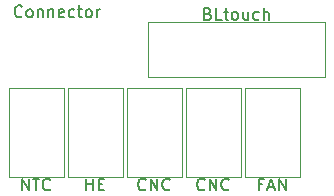
<source format=gbr>
%TF.GenerationSoftware,KiCad,Pcbnew,(5.1.6)-1*%
%TF.CreationDate,2023-02-05T19:48:36+01:00*%
%TF.ProjectId,Hotend_board,486f7465-6e64-45f6-926f-6172642e6b69,rev?*%
%TF.SameCoordinates,Original*%
%TF.FileFunction,Legend,Top*%
%TF.FilePolarity,Positive*%
%FSLAX46Y46*%
G04 Gerber Fmt 4.6, Leading zero omitted, Abs format (unit mm)*
G04 Created by KiCad (PCBNEW (5.1.6)-1) date 2023-02-05 19:48:36*
%MOMM*%
%LPD*%
G01*
G04 APERTURE LIST*
%ADD10C,0.120000*%
%ADD11C,0.150000*%
G04 APERTURE END LIST*
D10*
%TO.C,NTC*%
X112400000Y-116250000D02*
X107700000Y-116250000D01*
X107700000Y-116250000D02*
X107700000Y-123750000D01*
X112400000Y-116250000D02*
X112400000Y-123750000D01*
X112400000Y-123750000D02*
X107700000Y-123750000D01*
%TO.C,BLtouch*%
X119500000Y-110600000D02*
X119500000Y-115300000D01*
X119500000Y-115300000D02*
X134500000Y-115300000D01*
X119500000Y-110600000D02*
X134500000Y-110600000D01*
X134500000Y-110600000D02*
X134500000Y-115300000D01*
%TO.C,FAN*%
X132400000Y-116250000D02*
X127700000Y-116250000D01*
X127700000Y-116250000D02*
X127700000Y-123750000D01*
X132400000Y-116250000D02*
X132400000Y-123750000D01*
X132400000Y-123750000D02*
X127700000Y-123750000D01*
%TO.C,CNC*%
X122400000Y-116250000D02*
X117700000Y-116250000D01*
X117700000Y-116250000D02*
X117700000Y-123750000D01*
X122400000Y-116250000D02*
X122400000Y-123750000D01*
X122400000Y-123750000D02*
X117700000Y-123750000D01*
X127400000Y-116250000D02*
X122700000Y-116250000D01*
X122700000Y-116250000D02*
X122700000Y-123750000D01*
X127400000Y-116250000D02*
X127400000Y-123750000D01*
X127400000Y-123750000D02*
X122700000Y-123750000D01*
%TO.C,HE*%
X117400000Y-116250000D02*
X112700000Y-116250000D01*
X112700000Y-116250000D02*
X112700000Y-123750000D01*
X117400000Y-116250000D02*
X117400000Y-123750000D01*
X117400000Y-123750000D02*
X112700000Y-123750000D01*
%TO.C,NTC*%
D11*
X108833333Y-124902380D02*
X108833333Y-123902380D01*
X109404761Y-124902380D01*
X109404761Y-123902380D01*
X109738095Y-123902380D02*
X110309523Y-123902380D01*
X110023809Y-124902380D02*
X110023809Y-123902380D01*
X111214285Y-124807142D02*
X111166666Y-124854761D01*
X111023809Y-124902380D01*
X110928571Y-124902380D01*
X110785714Y-124854761D01*
X110690476Y-124759523D01*
X110642857Y-124664285D01*
X110595238Y-124473809D01*
X110595238Y-124330952D01*
X110642857Y-124140476D01*
X110690476Y-124045238D01*
X110785714Y-123950000D01*
X110928571Y-123902380D01*
X111023809Y-123902380D01*
X111166666Y-123950000D01*
X111214285Y-123997619D01*
%TO.C,BLtouch*%
X124595238Y-109928571D02*
X124738095Y-109976190D01*
X124785714Y-110023809D01*
X124833333Y-110119047D01*
X124833333Y-110261904D01*
X124785714Y-110357142D01*
X124738095Y-110404761D01*
X124642857Y-110452380D01*
X124261904Y-110452380D01*
X124261904Y-109452380D01*
X124595238Y-109452380D01*
X124690476Y-109500000D01*
X124738095Y-109547619D01*
X124785714Y-109642857D01*
X124785714Y-109738095D01*
X124738095Y-109833333D01*
X124690476Y-109880952D01*
X124595238Y-109928571D01*
X124261904Y-109928571D01*
X125738095Y-110452380D02*
X125261904Y-110452380D01*
X125261904Y-109452380D01*
X125928571Y-109785714D02*
X126309523Y-109785714D01*
X126071428Y-109452380D02*
X126071428Y-110309523D01*
X126119047Y-110404761D01*
X126214285Y-110452380D01*
X126309523Y-110452380D01*
X126785714Y-110452380D02*
X126690476Y-110404761D01*
X126642857Y-110357142D01*
X126595238Y-110261904D01*
X126595238Y-109976190D01*
X126642857Y-109880952D01*
X126690476Y-109833333D01*
X126785714Y-109785714D01*
X126928571Y-109785714D01*
X127023809Y-109833333D01*
X127071428Y-109880952D01*
X127119047Y-109976190D01*
X127119047Y-110261904D01*
X127071428Y-110357142D01*
X127023809Y-110404761D01*
X126928571Y-110452380D01*
X126785714Y-110452380D01*
X127976190Y-109785714D02*
X127976190Y-110452380D01*
X127547619Y-109785714D02*
X127547619Y-110309523D01*
X127595238Y-110404761D01*
X127690476Y-110452380D01*
X127833333Y-110452380D01*
X127928571Y-110404761D01*
X127976190Y-110357142D01*
X128880952Y-110404761D02*
X128785714Y-110452380D01*
X128595238Y-110452380D01*
X128500000Y-110404761D01*
X128452380Y-110357142D01*
X128404761Y-110261904D01*
X128404761Y-109976190D01*
X128452380Y-109880952D01*
X128500000Y-109833333D01*
X128595238Y-109785714D01*
X128785714Y-109785714D01*
X128880952Y-109833333D01*
X129309523Y-110452380D02*
X129309523Y-109452380D01*
X129738095Y-110452380D02*
X129738095Y-109928571D01*
X129690476Y-109833333D01*
X129595238Y-109785714D01*
X129452380Y-109785714D01*
X129357142Y-109833333D01*
X129309523Y-109880952D01*
%TO.C,FAN*%
X129190476Y-124378571D02*
X128857142Y-124378571D01*
X128857142Y-124902380D02*
X128857142Y-123902380D01*
X129333333Y-123902380D01*
X129666666Y-124616666D02*
X130142857Y-124616666D01*
X129571428Y-124902380D02*
X129904761Y-123902380D01*
X130238095Y-124902380D01*
X130571428Y-124902380D02*
X130571428Y-123902380D01*
X131142857Y-124902380D01*
X131142857Y-123902380D01*
%TO.C,CNC*%
X119285714Y-124807142D02*
X119238095Y-124854761D01*
X119095238Y-124902380D01*
X119000000Y-124902380D01*
X118857142Y-124854761D01*
X118761904Y-124759523D01*
X118714285Y-124664285D01*
X118666666Y-124473809D01*
X118666666Y-124330952D01*
X118714285Y-124140476D01*
X118761904Y-124045238D01*
X118857142Y-123950000D01*
X119000000Y-123902380D01*
X119095238Y-123902380D01*
X119238095Y-123950000D01*
X119285714Y-123997619D01*
X119714285Y-124902380D02*
X119714285Y-123902380D01*
X120285714Y-124902380D01*
X120285714Y-123902380D01*
X121333333Y-124807142D02*
X121285714Y-124854761D01*
X121142857Y-124902380D01*
X121047619Y-124902380D01*
X120904761Y-124854761D01*
X120809523Y-124759523D01*
X120761904Y-124664285D01*
X120714285Y-124473809D01*
X120714285Y-124330952D01*
X120761904Y-124140476D01*
X120809523Y-124045238D01*
X120904761Y-123950000D01*
X121047619Y-123902380D01*
X121142857Y-123902380D01*
X121285714Y-123950000D01*
X121333333Y-123997619D01*
X124285714Y-124807142D02*
X124238095Y-124854761D01*
X124095238Y-124902380D01*
X124000000Y-124902380D01*
X123857142Y-124854761D01*
X123761904Y-124759523D01*
X123714285Y-124664285D01*
X123666666Y-124473809D01*
X123666666Y-124330952D01*
X123714285Y-124140476D01*
X123761904Y-124045238D01*
X123857142Y-123950000D01*
X124000000Y-123902380D01*
X124095238Y-123902380D01*
X124238095Y-123950000D01*
X124285714Y-123997619D01*
X124714285Y-124902380D02*
X124714285Y-123902380D01*
X125285714Y-124902380D01*
X125285714Y-123902380D01*
X126333333Y-124807142D02*
X126285714Y-124854761D01*
X126142857Y-124902380D01*
X126047619Y-124902380D01*
X125904761Y-124854761D01*
X125809523Y-124759523D01*
X125761904Y-124664285D01*
X125714285Y-124473809D01*
X125714285Y-124330952D01*
X125761904Y-124140476D01*
X125809523Y-124045238D01*
X125904761Y-123950000D01*
X126047619Y-123902380D01*
X126142857Y-123902380D01*
X126285714Y-123950000D01*
X126333333Y-123997619D01*
%TO.C,HE*%
X114261904Y-124902380D02*
X114261904Y-123902380D01*
X114261904Y-124378571D02*
X114833333Y-124378571D01*
X114833333Y-124902380D02*
X114833333Y-123902380D01*
X115309523Y-124378571D02*
X115642857Y-124378571D01*
X115785714Y-124902380D02*
X115309523Y-124902380D01*
X115309523Y-123902380D01*
X115785714Y-123902380D01*
%TO.C,Connector*%
X108827619Y-110147142D02*
X108780000Y-110194761D01*
X108637142Y-110242380D01*
X108541904Y-110242380D01*
X108399047Y-110194761D01*
X108303809Y-110099523D01*
X108256190Y-110004285D01*
X108208571Y-109813809D01*
X108208571Y-109670952D01*
X108256190Y-109480476D01*
X108303809Y-109385238D01*
X108399047Y-109290000D01*
X108541904Y-109242380D01*
X108637142Y-109242380D01*
X108780000Y-109290000D01*
X108827619Y-109337619D01*
X109399047Y-110242380D02*
X109303809Y-110194761D01*
X109256190Y-110147142D01*
X109208571Y-110051904D01*
X109208571Y-109766190D01*
X109256190Y-109670952D01*
X109303809Y-109623333D01*
X109399047Y-109575714D01*
X109541904Y-109575714D01*
X109637142Y-109623333D01*
X109684761Y-109670952D01*
X109732380Y-109766190D01*
X109732380Y-110051904D01*
X109684761Y-110147142D01*
X109637142Y-110194761D01*
X109541904Y-110242380D01*
X109399047Y-110242380D01*
X110160952Y-109575714D02*
X110160952Y-110242380D01*
X110160952Y-109670952D02*
X110208571Y-109623333D01*
X110303809Y-109575714D01*
X110446666Y-109575714D01*
X110541904Y-109623333D01*
X110589523Y-109718571D01*
X110589523Y-110242380D01*
X111065714Y-109575714D02*
X111065714Y-110242380D01*
X111065714Y-109670952D02*
X111113333Y-109623333D01*
X111208571Y-109575714D01*
X111351428Y-109575714D01*
X111446666Y-109623333D01*
X111494285Y-109718571D01*
X111494285Y-110242380D01*
X112351428Y-110194761D02*
X112256190Y-110242380D01*
X112065714Y-110242380D01*
X111970476Y-110194761D01*
X111922857Y-110099523D01*
X111922857Y-109718571D01*
X111970476Y-109623333D01*
X112065714Y-109575714D01*
X112256190Y-109575714D01*
X112351428Y-109623333D01*
X112399047Y-109718571D01*
X112399047Y-109813809D01*
X111922857Y-109909047D01*
X113256190Y-110194761D02*
X113160952Y-110242380D01*
X112970476Y-110242380D01*
X112875238Y-110194761D01*
X112827619Y-110147142D01*
X112780000Y-110051904D01*
X112780000Y-109766190D01*
X112827619Y-109670952D01*
X112875238Y-109623333D01*
X112970476Y-109575714D01*
X113160952Y-109575714D01*
X113256190Y-109623333D01*
X113541904Y-109575714D02*
X113922857Y-109575714D01*
X113684761Y-109242380D02*
X113684761Y-110099523D01*
X113732380Y-110194761D01*
X113827619Y-110242380D01*
X113922857Y-110242380D01*
X114399047Y-110242380D02*
X114303809Y-110194761D01*
X114256190Y-110147142D01*
X114208571Y-110051904D01*
X114208571Y-109766190D01*
X114256190Y-109670952D01*
X114303809Y-109623333D01*
X114399047Y-109575714D01*
X114541904Y-109575714D01*
X114637142Y-109623333D01*
X114684761Y-109670952D01*
X114732380Y-109766190D01*
X114732380Y-110051904D01*
X114684761Y-110147142D01*
X114637142Y-110194761D01*
X114541904Y-110242380D01*
X114399047Y-110242380D01*
X115160952Y-110242380D02*
X115160952Y-109575714D01*
X115160952Y-109766190D02*
X115208571Y-109670952D01*
X115256190Y-109623333D01*
X115351428Y-109575714D01*
X115446666Y-109575714D01*
%TD*%
M02*

</source>
